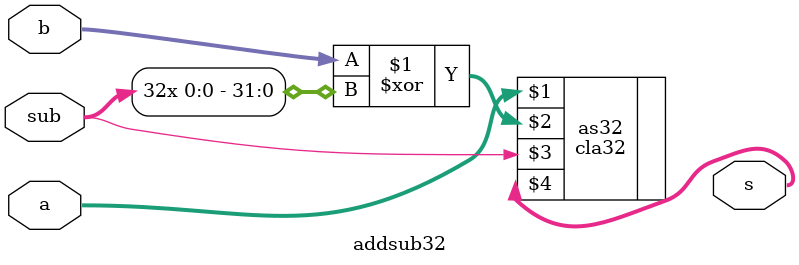
<source format=v>
`timescale 1ns / 1ps
module addsub32(a,b,sub,s
    );							
	 input [31:0] a,b;
	 input sub;
	 output [31:0] s;
	 cla32 as32 (a,b^{32{sub}},sub,s);

endmodule

</source>
